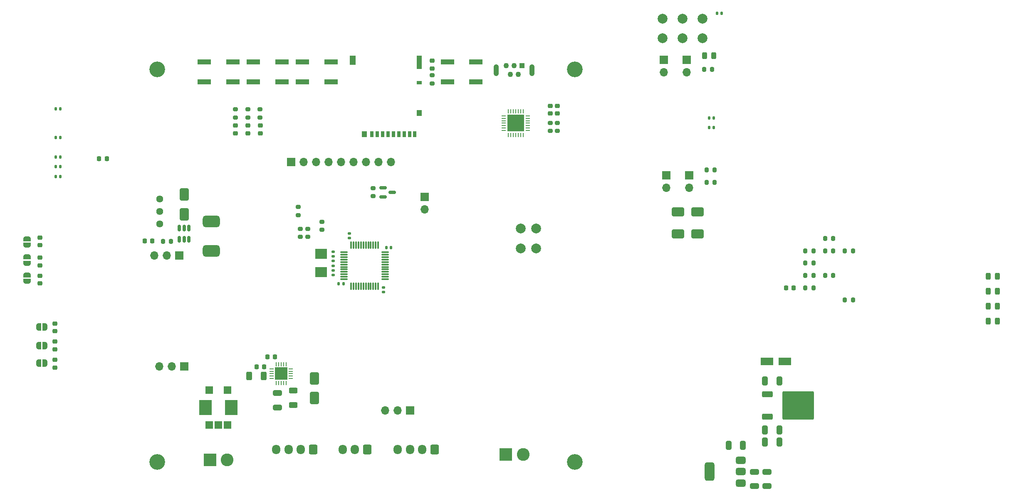
<source format=gbr>
%TF.GenerationSoftware,KiCad,Pcbnew,8.0.6*%
%TF.CreationDate,2025-02-16T20:54:21+01:00*%
%TF.ProjectId,TUSS4470_shield,54555353-3434-4373-905f-736869656c64,rev?*%
%TF.SameCoordinates,Original*%
%TF.FileFunction,Soldermask,Top*%
%TF.FilePolarity,Negative*%
%FSLAX46Y46*%
G04 Gerber Fmt 4.6, Leading zero omitted, Abs format (unit mm)*
G04 Created by KiCad (PCBNEW 8.0.6) date 2025-02-16 20:54:21*
%MOMM*%
%LPD*%
G01*
G04 APERTURE LIST*
G04 Aperture macros list*
%AMRoundRect*
0 Rectangle with rounded corners*
0 $1 Rounding radius*
0 $2 $3 $4 $5 $6 $7 $8 $9 X,Y pos of 4 corners*
0 Add a 4 corners polygon primitive as box body*
4,1,4,$2,$3,$4,$5,$6,$7,$8,$9,$2,$3,0*
0 Add four circle primitives for the rounded corners*
1,1,$1+$1,$2,$3*
1,1,$1+$1,$4,$5*
1,1,$1+$1,$6,$7*
1,1,$1+$1,$8,$9*
0 Add four rect primitives between the rounded corners*
20,1,$1+$1,$2,$3,$4,$5,0*
20,1,$1+$1,$4,$5,$6,$7,0*
20,1,$1+$1,$6,$7,$8,$9,0*
20,1,$1+$1,$8,$9,$2,$3,0*%
%AMFreePoly0*
4,1,19,0.500000,-0.750000,0.000000,-0.750000,0.000000,-0.744911,-0.071157,-0.744911,-0.207708,-0.704816,-0.327430,-0.627875,-0.420627,-0.520320,-0.479746,-0.390866,-0.500000,-0.250000,-0.500000,0.250000,-0.479746,0.390866,-0.420627,0.520320,-0.327430,0.627875,-0.207708,0.704816,-0.071157,0.744911,0.000000,0.744911,0.000000,0.750000,0.500000,0.750000,0.500000,-0.750000,0.500000,-0.750000,
$1*%
%AMFreePoly1*
4,1,19,0.000000,0.744911,0.071157,0.744911,0.207708,0.704816,0.327430,0.627875,0.420627,0.520320,0.479746,0.390866,0.500000,0.250000,0.500000,-0.250000,0.479746,-0.390866,0.420627,-0.520320,0.327430,-0.627875,0.207708,-0.704816,0.071157,-0.744911,0.000000,-0.744911,0.000000,-0.750000,-0.500000,-0.750000,-0.500000,0.750000,0.000000,0.750000,0.000000,0.744911,0.000000,0.744911,
$1*%
G04 Aperture macros list end*
%ADD10C,2.000000*%
%ADD11RoundRect,0.243750X-0.243750X-0.456250X0.243750X-0.456250X0.243750X0.456250X-0.243750X0.456250X0*%
%ADD12C,3.200000*%
%ADD13RoundRect,0.150000X-0.150000X0.512500X-0.150000X-0.512500X0.150000X-0.512500X0.150000X0.512500X0*%
%ADD14FreePoly0,0.000000*%
%ADD15FreePoly1,0.000000*%
%ADD16RoundRect,0.250000X-0.312500X-0.625000X0.312500X-0.625000X0.312500X0.625000X-0.312500X0.625000X0*%
%ADD17RoundRect,0.140000X-0.140000X-0.170000X0.140000X-0.170000X0.140000X0.170000X-0.140000X0.170000X0*%
%ADD18R,1.700000X1.700000*%
%ADD19O,1.700000X1.700000*%
%ADD20RoundRect,0.218750X-0.218750X-0.256250X0.218750X-0.256250X0.218750X0.256250X-0.218750X0.256250X0*%
%ADD21RoundRect,0.140000X-0.170000X0.140000X-0.170000X-0.140000X0.170000X-0.140000X0.170000X0.140000X0*%
%ADD22RoundRect,0.200000X-0.275000X0.200000X-0.275000X-0.200000X0.275000X-0.200000X0.275000X0.200000X0*%
%ADD23RoundRect,0.250000X0.650000X-1.000000X0.650000X1.000000X-0.650000X1.000000X-0.650000X-1.000000X0*%
%ADD24RoundRect,0.200000X-0.200000X-0.275000X0.200000X-0.275000X0.200000X0.275000X-0.200000X0.275000X0*%
%ADD25RoundRect,0.218750X-0.256250X0.218750X-0.256250X-0.218750X0.256250X-0.218750X0.256250X0.218750X0*%
%ADD26RoundRect,0.250000X0.600000X0.725000X-0.600000X0.725000X-0.600000X-0.725000X0.600000X-0.725000X0*%
%ADD27O,1.700000X1.950000*%
%ADD28RoundRect,0.135000X-0.185000X0.135000X-0.185000X-0.135000X0.185000X-0.135000X0.185000X0.135000X0*%
%ADD29RoundRect,0.140000X0.170000X-0.140000X0.170000X0.140000X-0.170000X0.140000X-0.170000X-0.140000X0*%
%ADD30RoundRect,0.062500X0.350000X0.062500X-0.350000X0.062500X-0.350000X-0.062500X0.350000X-0.062500X0*%
%ADD31RoundRect,0.062500X0.062500X0.350000X-0.062500X0.350000X-0.062500X-0.350000X0.062500X-0.350000X0*%
%ADD32R,2.500000X2.500000*%
%ADD33R,2.800000X1.000000*%
%ADD34RoundRect,0.250000X-1.000000X-0.650000X1.000000X-0.650000X1.000000X0.650000X-1.000000X0.650000X0*%
%ADD35RoundRect,0.200000X0.275000X-0.200000X0.275000X0.200000X-0.275000X0.200000X-0.275000X-0.200000X0*%
%ADD36RoundRect,0.225000X-0.225000X-0.250000X0.225000X-0.250000X0.225000X0.250000X-0.225000X0.250000X0*%
%ADD37FreePoly0,270.000000*%
%ADD38FreePoly1,270.000000*%
%ADD39RoundRect,0.250000X-0.650000X0.325000X-0.650000X-0.325000X0.650000X-0.325000X0.650000X0.325000X0*%
%ADD40RoundRect,0.225000X0.250000X-0.225000X0.250000X0.225000X-0.250000X0.225000X-0.250000X-0.225000X0*%
%ADD41RoundRect,0.587500X1.162500X-0.587500X1.162500X0.587500X-1.162500X0.587500X-1.162500X-0.587500X0*%
%ADD42RoundRect,0.225000X0.225000X0.250000X-0.225000X0.250000X-0.225000X-0.250000X0.225000X-0.250000X0*%
%ADD43R,2.600000X3.050000*%
%ADD44R,1.524000X1.524000*%
%ADD45RoundRect,0.075000X-0.662500X-0.075000X0.662500X-0.075000X0.662500X0.075000X-0.662500X0.075000X0*%
%ADD46RoundRect,0.075000X-0.075000X-0.662500X0.075000X-0.662500X0.075000X0.662500X-0.075000X0.662500X0*%
%ADD47R,2.600000X2.600000*%
%ADD48C,2.600000*%
%ADD49RoundRect,0.250000X0.325000X0.650000X-0.325000X0.650000X-0.325000X-0.650000X0.325000X-0.650000X0*%
%ADD50RoundRect,0.250000X-0.625000X0.312500X-0.625000X-0.312500X0.625000X-0.312500X0.625000X0.312500X0*%
%ADD51R,0.700000X1.200000*%
%ADD52R,1.000000X0.800000*%
%ADD53R,1.000000X1.200000*%
%ADD54R,1.000000X2.800000*%
%ADD55R,1.300000X1.900000*%
%ADD56C,1.440000*%
%ADD57RoundRect,0.218750X0.256250X-0.218750X0.256250X0.218750X-0.256250X0.218750X-0.256250X-0.218750X0*%
%ADD58RoundRect,0.375000X0.625000X0.375000X-0.625000X0.375000X-0.625000X-0.375000X0.625000X-0.375000X0*%
%ADD59RoundRect,0.500000X0.500000X1.400000X-0.500000X1.400000X-0.500000X-1.400000X0.500000X-1.400000X0*%
%ADD60RoundRect,0.250000X-0.325000X-0.650000X0.325000X-0.650000X0.325000X0.650000X-0.325000X0.650000X0*%
%ADD61R,2.400000X2.000000*%
%ADD62RoundRect,0.150000X-0.587500X-0.150000X0.587500X-0.150000X0.587500X0.150000X-0.587500X0.150000X0*%
%ADD63R,1.100000X1.100000*%
%ADD64C,1.100000*%
%ADD65O,1.100000X2.400000*%
%ADD66RoundRect,0.140000X0.140000X0.170000X-0.140000X0.170000X-0.140000X-0.170000X0.140000X-0.170000X0*%
%ADD67RoundRect,0.225000X-0.250000X0.225000X-0.250000X-0.225000X0.250000X-0.225000X0.250000X0.225000X0*%
%ADD68RoundRect,0.250000X-1.050000X-0.550000X1.050000X-0.550000X1.050000X0.550000X-1.050000X0.550000X0*%
%ADD69RoundRect,0.250000X-0.850000X-0.350000X0.850000X-0.350000X0.850000X0.350000X-0.850000X0.350000X0*%
%ADD70RoundRect,0.249997X-2.950003X-2.650003X2.950003X-2.650003X2.950003X2.650003X-2.950003X2.650003X0*%
%ADD71RoundRect,0.062500X-0.062500X0.337500X-0.062500X-0.337500X0.062500X-0.337500X0.062500X0.337500X0*%
%ADD72RoundRect,0.062500X-0.337500X0.062500X-0.337500X-0.062500X0.337500X-0.062500X0.337500X0.062500X0*%
%ADD73R,3.350000X3.350000*%
G04 APERTURE END LIST*
D10*
%TO.C,TP8*%
X281945000Y-43680000D03*
%TD*%
D11*
%TO.C,D8*%
X344157500Y-92145000D03*
X346032500Y-92145000D03*
%TD*%
D12*
%TO.C,H4*%
X260000000Y-130000000D03*
%TD*%
D13*
%TO.C,U2*%
X181450000Y-82362500D03*
X180500000Y-82362500D03*
X179550000Y-82362500D03*
X179550000Y-84637500D03*
X180500000Y-84637500D03*
X181450000Y-84637500D03*
%TD*%
D14*
%TO.C,JP6*%
X150900000Y-102450000D03*
D15*
X152200000Y-102450000D03*
%TD*%
D16*
%TO.C,R2*%
X193737500Y-112500000D03*
X196662500Y-112500000D03*
%TD*%
D17*
%TO.C,C11*%
X287375000Y-59860000D03*
X288335000Y-59860000D03*
%TD*%
%TO.C,C15*%
X154352500Y-63910000D03*
X155312500Y-63910000D03*
%TD*%
D14*
%TO.C,JP2*%
X150900000Y-106250000D03*
D15*
X152200000Y-106250000D03*
%TD*%
D18*
%TO.C,JP8*%
X278695000Y-71560000D03*
D19*
X278695000Y-74100000D03*
%TD*%
D20*
%TO.C,D3*%
X163175000Y-68160000D03*
X164750000Y-68160000D03*
%TD*%
D21*
%TO.C,C27*%
X210850000Y-90970000D03*
X210850000Y-91930000D03*
%TD*%
D22*
%TO.C,R7*%
X208550000Y-81050000D03*
X208550000Y-82700000D03*
%TD*%
D23*
%TO.C,D5*%
X180500000Y-79500000D03*
X180500000Y-75500000D03*
%TD*%
D24*
%TO.C,R4*%
X286850000Y-70490000D03*
X288500000Y-70490000D03*
%TD*%
D18*
%TO.C,J2*%
X226500000Y-119500000D03*
D19*
X223960000Y-119500000D03*
X221420000Y-119500000D03*
%TD*%
D25*
%TO.C,D2*%
X231000000Y-48212500D03*
X231000000Y-49787500D03*
%TD*%
D22*
%TO.C,R9*%
X204150000Y-82462500D03*
X204150000Y-84112500D03*
%TD*%
D18*
%TO.C,JP11*%
X282845000Y-48030000D03*
D19*
X282845000Y-50570000D03*
%TD*%
D24*
%TO.C,R6*%
X176175000Y-85000000D03*
X177825000Y-85000000D03*
%TD*%
D26*
%TO.C,J3*%
X217750000Y-127467500D03*
D27*
X215250000Y-127467500D03*
X212750000Y-127467500D03*
%TD*%
D28*
%TO.C,R15*%
X210850000Y-89040000D03*
X210850000Y-90060000D03*
%TD*%
D29*
%TO.C,C25*%
X214150000Y-84360000D03*
X214150000Y-83400000D03*
%TD*%
D30*
%TO.C,U1*%
X202175000Y-113000000D03*
X202175000Y-112500000D03*
X202175000Y-112000000D03*
X202175000Y-111500000D03*
X202175000Y-111000000D03*
D31*
X201237500Y-110062500D03*
X200737500Y-110062500D03*
X200237500Y-110062500D03*
X199737500Y-110062500D03*
X199237500Y-110062500D03*
D30*
X198300000Y-111000000D03*
X198300000Y-111500000D03*
X198300000Y-112000000D03*
X198300000Y-112500000D03*
X198300000Y-113000000D03*
D31*
X199237500Y-113937500D03*
X199737500Y-113937500D03*
X200237500Y-113937500D03*
X200737500Y-113937500D03*
X201237500Y-113937500D03*
D32*
X200237500Y-112000000D03*
%TD*%
D33*
%TO.C,SW4*%
X184600000Y-48500000D03*
X190400000Y-48500000D03*
X184600000Y-52500000D03*
X190400000Y-52500000D03*
%TD*%
D24*
%TO.C,R19*%
X306980000Y-89470000D03*
X308630000Y-89470000D03*
%TD*%
D34*
%TO.C,D12*%
X281000000Y-83550000D03*
X285000000Y-83550000D03*
%TD*%
D23*
%TO.C,D1*%
X207000000Y-117000000D03*
X207000000Y-113000000D03*
%TD*%
D18*
%TO.C,J10*%
X179540000Y-87950000D03*
D19*
X177000000Y-87950000D03*
X174460000Y-87950000D03*
%TD*%
D35*
%TO.C,R8*%
X205650000Y-84112500D03*
X205650000Y-82462500D03*
%TD*%
D17*
%TO.C,C17*%
X154352500Y-67850000D03*
X155312500Y-67850000D03*
%TD*%
D36*
%TO.C,C5*%
X195225000Y-110600000D03*
X196775000Y-110600000D03*
%TD*%
D22*
%TO.C,R10*%
X256500000Y-60887500D03*
X256500000Y-62537500D03*
%TD*%
D21*
%TO.C,C29*%
X221050000Y-94420000D03*
X221050000Y-95380000D03*
%TD*%
D37*
%TO.C,JP3*%
X148490000Y-88200000D03*
D38*
X148490000Y-89500000D03*
%TD*%
D39*
%TO.C,C32*%
X296650000Y-132000000D03*
X296650000Y-134950000D03*
%TD*%
D40*
%TO.C,C2*%
X154200000Y-107025000D03*
X154200000Y-105475000D03*
%TD*%
D36*
%TO.C,C37*%
X303020000Y-94490000D03*
X304570000Y-94490000D03*
%TD*%
D41*
%TO.C,L1*%
X186000000Y-87025000D03*
X186000000Y-80975000D03*
%TD*%
D11*
%TO.C,D10*%
X344157500Y-98225000D03*
X346032500Y-98225000D03*
%TD*%
D42*
%TO.C,C21*%
X174000000Y-84950000D03*
X172450000Y-84950000D03*
%TD*%
D33*
%TO.C,SW3*%
X194600000Y-48500000D03*
X200400000Y-48500000D03*
X194600000Y-52500000D03*
X200400000Y-52500000D03*
%TD*%
D10*
%TO.C,TP4*%
X252200000Y-86450000D03*
%TD*%
D17*
%TO.C,C7*%
X154352500Y-58000000D03*
X155312500Y-58000000D03*
%TD*%
D26*
%TO.C,J6*%
X231500000Y-127467500D03*
D27*
X229000000Y-127467500D03*
X226500000Y-127467500D03*
X224000000Y-127467500D03*
%TD*%
D18*
%TO.C,JP9*%
X283345000Y-71560000D03*
D19*
X283345000Y-74100000D03*
%TD*%
D33*
%TO.C,SW1*%
X204600000Y-48500000D03*
X210400000Y-48500000D03*
X204600000Y-52500000D03*
X210400000Y-52500000D03*
%TD*%
D10*
%TO.C,TP7*%
X281945000Y-39630000D03*
%TD*%
D24*
%TO.C,R5*%
X286850000Y-73000000D03*
X288500000Y-73000000D03*
%TD*%
D43*
%TO.C,T1*%
X190115000Y-118945000D03*
X184885000Y-118945000D03*
D44*
X189350000Y-115390000D03*
X185650000Y-115390000D03*
X185650000Y-122500000D03*
X187500000Y-122500000D03*
X189350000Y-122500000D03*
%TD*%
D10*
%TO.C,TP3*%
X252200000Y-82400000D03*
%TD*%
D24*
%TO.C,R26*%
X310990000Y-91980000D03*
X312640000Y-91980000D03*
%TD*%
D45*
%TO.C,U4*%
X213087500Y-87250000D03*
X213087500Y-87750000D03*
X213087500Y-88250000D03*
X213087500Y-88750000D03*
X213087500Y-89250000D03*
X213087500Y-89750000D03*
X213087500Y-90250000D03*
X213087500Y-90750000D03*
X213087500Y-91250000D03*
X213087500Y-91750000D03*
X213087500Y-92250000D03*
X213087500Y-92750000D03*
D46*
X214500000Y-94162500D03*
X215000000Y-94162500D03*
X215500000Y-94162500D03*
X216000000Y-94162500D03*
X216500000Y-94162500D03*
X217000000Y-94162500D03*
X217500000Y-94162500D03*
X218000000Y-94162500D03*
X218500000Y-94162500D03*
X219000000Y-94162500D03*
X219500000Y-94162500D03*
X220000000Y-94162500D03*
D45*
X221412500Y-92750000D03*
X221412500Y-92250000D03*
X221412500Y-91750000D03*
X221412500Y-91250000D03*
X221412500Y-90750000D03*
X221412500Y-90250000D03*
X221412500Y-89750000D03*
X221412500Y-89250000D03*
X221412500Y-88750000D03*
X221412500Y-88250000D03*
X221412500Y-87750000D03*
X221412500Y-87250000D03*
D46*
X220000000Y-85837500D03*
X219500000Y-85837500D03*
X219000000Y-85837500D03*
X218500000Y-85837500D03*
X218000000Y-85837500D03*
X217500000Y-85837500D03*
X217000000Y-85837500D03*
X216500000Y-85837500D03*
X216000000Y-85837500D03*
X215500000Y-85837500D03*
X215000000Y-85837500D03*
X214500000Y-85837500D03*
%TD*%
D39*
%TO.C,C24*%
X299150000Y-132000000D03*
X299150000Y-134950000D03*
%TD*%
D36*
%TO.C,C8*%
X197462500Y-108562500D03*
X199012500Y-108562500D03*
%TD*%
D24*
%TO.C,R34*%
X315000000Y-97000000D03*
X316650000Y-97000000D03*
%TD*%
D17*
%TO.C,C28*%
X221670000Y-86300000D03*
X222630000Y-86300000D03*
%TD*%
D47*
%TO.C,J4*%
X246000000Y-128500000D03*
D48*
X249500000Y-128500000D03*
%TD*%
D12*
%TO.C,H2*%
X175000000Y-130000000D03*
%TD*%
D17*
%TO.C,R11*%
X288975000Y-38590000D03*
X289935000Y-38590000D03*
%TD*%
D26*
%TO.C,J5*%
X206750000Y-127500000D03*
D27*
X204250000Y-127500000D03*
X201750000Y-127500000D03*
X199250000Y-127500000D03*
%TD*%
D22*
%TO.C,R3*%
X231000000Y-51175000D03*
X231000000Y-52825000D03*
%TD*%
D14*
%TO.C,JP4*%
X150900000Y-109850000D03*
D15*
X152200000Y-109850000D03*
%TD*%
D24*
%TO.C,R18*%
X306980000Y-86960000D03*
X308630000Y-86960000D03*
%TD*%
D10*
%TO.C,TP6*%
X249000000Y-86500000D03*
%TD*%
D12*
%TO.C,H3*%
X260000000Y-50000000D03*
%TD*%
D39*
%TO.C,C6*%
X199500000Y-115925000D03*
X199500000Y-118875000D03*
%TD*%
D22*
%TO.C,R32*%
X193470000Y-58125000D03*
X193470000Y-59775000D03*
%TD*%
D10*
%TO.C,TP5*%
X249000000Y-82450000D03*
%TD*%
%TO.C,TP10*%
X285995000Y-43680000D03*
%TD*%
D40*
%TO.C,C10*%
X154200000Y-103350000D03*
X154200000Y-101800000D03*
%TD*%
%TO.C,C9*%
X151150000Y-93625000D03*
X151150000Y-92075000D03*
%TD*%
D11*
%TO.C,C13*%
X286477500Y-47225000D03*
X288352500Y-47225000D03*
%TD*%
D18*
%TO.C,JP10*%
X278195000Y-48030000D03*
D19*
X278195000Y-50570000D03*
%TD*%
D40*
%TO.C,C1*%
X151150000Y-85825000D03*
X151150000Y-84275000D03*
%TD*%
D18*
%TO.C,JP7*%
X229500000Y-76000000D03*
D19*
X229500000Y-78540000D03*
%TD*%
D24*
%TO.C,R23*%
X310990000Y-84450000D03*
X312640000Y-84450000D03*
%TD*%
D49*
%TO.C,C23*%
X294275000Y-126575000D03*
X291325000Y-126575000D03*
%TD*%
D11*
%TO.C,D9*%
X344157500Y-95185000D03*
X346032500Y-95185000D03*
%TD*%
D10*
%TO.C,TP2*%
X277895000Y-43680000D03*
%TD*%
D24*
%TO.C,R21*%
X306980000Y-94490000D03*
X308630000Y-94490000D03*
%TD*%
D50*
%TO.C,R1*%
X202700000Y-115437500D03*
X202700000Y-118362500D03*
%TD*%
D33*
%TO.C,SW5*%
X234100000Y-48500000D03*
X239900000Y-48500000D03*
X234100000Y-52500000D03*
X239900000Y-52500000D03*
%TD*%
D51*
%TO.C,J7*%
X218755000Y-63190000D03*
X219855000Y-63190000D03*
X220955000Y-63190000D03*
X222055000Y-63190000D03*
X223155000Y-63190000D03*
X224255000Y-63190000D03*
X225355000Y-63190000D03*
X226455000Y-63190000D03*
X227405000Y-63190000D03*
D52*
X228355000Y-52690000D03*
D53*
X228355000Y-58890000D03*
D54*
X228355000Y-48540000D03*
D53*
X217205000Y-63190000D03*
D55*
X214855000Y-48090000D03*
%TD*%
D56*
%TO.C,RV1*%
X175500000Y-81500000D03*
X175500000Y-78960000D03*
X175500000Y-76420000D03*
%TD*%
D40*
%TO.C,C3*%
X151150000Y-89925000D03*
X151150000Y-88375000D03*
%TD*%
D57*
%TO.C,D6*%
X256500000Y-59000000D03*
X256500000Y-57425000D03*
%TD*%
D58*
%TO.C,U5*%
X293800000Y-134275000D03*
X293800000Y-131975000D03*
D59*
X287500000Y-131975000D03*
D58*
X293800000Y-129675000D03*
%TD*%
D18*
%TO.C,J11*%
X180500000Y-110500000D03*
D19*
X177960000Y-110500000D03*
X175420000Y-110500000D03*
%TD*%
D24*
%TO.C,R30*%
X315000000Y-86960000D03*
X316650000Y-86960000D03*
%TD*%
D35*
%TO.C,R22*%
X219000000Y-75825000D03*
X219000000Y-74175000D03*
%TD*%
D60*
%TO.C,C33*%
X298700000Y-123475000D03*
X301650000Y-123475000D03*
%TD*%
D61*
%TO.C,Y2*%
X208350000Y-87600000D03*
X208350000Y-91300000D03*
%TD*%
D24*
%TO.C,R20*%
X306980000Y-91980000D03*
X308630000Y-91980000D03*
%TD*%
D18*
%TO.C,J1*%
X202267400Y-68891700D03*
D19*
X204807400Y-68891700D03*
X207347400Y-68891700D03*
X209887400Y-68891700D03*
X212427400Y-68891700D03*
X214967400Y-68891700D03*
X217507400Y-68891700D03*
X220067400Y-68893861D03*
X222607400Y-68894926D03*
%TD*%
D62*
%TO.C,Q1*%
X221000000Y-74100000D03*
X221000000Y-76000000D03*
X222875000Y-75050000D03*
%TD*%
D21*
%TO.C,C26*%
X210850000Y-87170000D03*
X210850000Y-88130000D03*
%TD*%
D60*
%TO.C,C20*%
X298700000Y-113475000D03*
X301650000Y-113475000D03*
%TD*%
D22*
%TO.C,R33*%
X190960000Y-58125000D03*
X190960000Y-59775000D03*
%TD*%
D10*
%TO.C,TP9*%
X285995000Y-39630000D03*
%TD*%
D63*
%TO.C,J8*%
X249300000Y-49250000D03*
D64*
X248500000Y-51000000D03*
X247700000Y-49250000D03*
X246900000Y-51000000D03*
X246100000Y-49250000D03*
D65*
X251350000Y-50125000D03*
X244050000Y-50125000D03*
%TD*%
D17*
%TO.C,C19*%
X154352500Y-71790000D03*
X155312500Y-71790000D03*
%TD*%
D66*
%TO.C,C30*%
X212930000Y-93700000D03*
X211970000Y-93700000D03*
%TD*%
D12*
%TO.C,H1*%
X175000000Y-50000000D03*
%TD*%
D67*
%TO.C,C35*%
X193490000Y-61450000D03*
X193490000Y-63000000D03*
%TD*%
D24*
%TO.C,R24*%
X310990000Y-86960000D03*
X312640000Y-86960000D03*
%TD*%
D11*
%TO.C,D11*%
X344157500Y-101265000D03*
X346032500Y-101265000D03*
%TD*%
D34*
%TO.C,D7*%
X281000000Y-79000000D03*
X285000000Y-79000000D03*
%TD*%
D47*
%TO.C,J9*%
X185750000Y-129545000D03*
D48*
X189250000Y-129545000D03*
%TD*%
D68*
%TO.C,C22*%
X299175000Y-109475000D03*
X302775000Y-109475000D03*
%TD*%
D35*
%TO.C,R14*%
X203750000Y-79675000D03*
X203750000Y-78025000D03*
%TD*%
D24*
%TO.C,R13*%
X286350000Y-50000000D03*
X288000000Y-50000000D03*
%TD*%
D67*
%TO.C,C36*%
X190980000Y-61450000D03*
X190980000Y-63000000D03*
%TD*%
%TO.C,C34*%
X196000000Y-61450000D03*
X196000000Y-63000000D03*
%TD*%
D17*
%TO.C,C12*%
X287375000Y-61830000D03*
X288335000Y-61830000D03*
%TD*%
D60*
%TO.C,C31*%
X298700000Y-125975000D03*
X301650000Y-125975000D03*
%TD*%
D69*
%TO.C,U6*%
X299200000Y-116220000D03*
D70*
X305500000Y-118500000D03*
D69*
X299200000Y-120780000D03*
%TD*%
D40*
%TO.C,C4*%
X154200000Y-110750000D03*
X154200000Y-109200000D03*
%TD*%
D57*
%TO.C,D4*%
X255000000Y-59000000D03*
X255000000Y-57425000D03*
%TD*%
D10*
%TO.C,TP1*%
X277895000Y-39630000D03*
%TD*%
D37*
%TO.C,JP5*%
X148490000Y-91900000D03*
D38*
X148490000Y-93200000D03*
%TD*%
D37*
%TO.C,JP1*%
X148490000Y-84500000D03*
D38*
X148490000Y-85800000D03*
%TD*%
D17*
%TO.C,C18*%
X154352500Y-69820000D03*
X155312500Y-69820000D03*
%TD*%
D22*
%TO.C,R12*%
X255000000Y-60887500D03*
X255000000Y-62537500D03*
%TD*%
%TO.C,R31*%
X195980000Y-58125000D03*
X195980000Y-59775000D03*
%TD*%
D71*
%TO.C,U3*%
X249500000Y-58500000D03*
X249000000Y-58500000D03*
X248500000Y-58500000D03*
X248000000Y-58500000D03*
X247500000Y-58500000D03*
X247000000Y-58500000D03*
X246500000Y-58500000D03*
D72*
X245550000Y-59450000D03*
X245550000Y-59950000D03*
X245550000Y-60450000D03*
X245550000Y-60950000D03*
X245550000Y-61450000D03*
X245550000Y-61950000D03*
X245550000Y-62450000D03*
D71*
X246500000Y-63400000D03*
X247000000Y-63400000D03*
X247500000Y-63400000D03*
X248000000Y-63400000D03*
X248500000Y-63400000D03*
X249000000Y-63400000D03*
X249500000Y-63400000D03*
D72*
X250450000Y-62450000D03*
X250450000Y-61950000D03*
X250450000Y-61450000D03*
X250450000Y-60950000D03*
X250450000Y-60450000D03*
X250450000Y-59950000D03*
X250450000Y-59450000D03*
D73*
X248000000Y-60950000D03*
%TD*%
M02*

</source>
